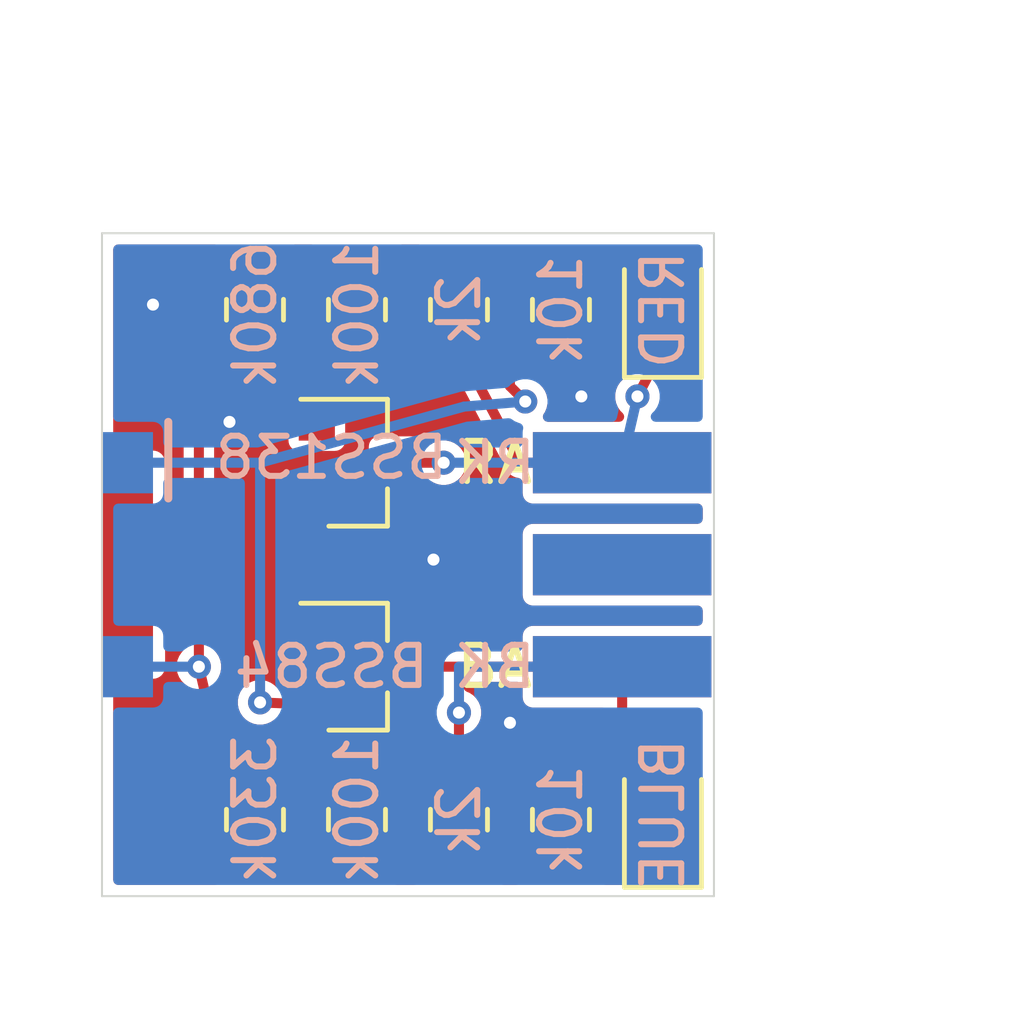
<source format=kicad_pcb>
(kicad_pcb (version 20171130) (host pcbnew 5.1.5+dfsg1-2build2)

  (general
    (thickness 0.8)
    (drawings 6)
    (tracks 57)
    (zones 0)
    (modules 14)
    (nets 12)
  )

  (page A4)
  (layers
    (0 F.Cu signal)
    (31 B.Cu signal)
    (32 B.Adhes user)
    (33 F.Adhes user)
    (34 B.Paste user)
    (35 F.Paste user)
    (36 B.SilkS user)
    (37 F.SilkS user)
    (38 B.Mask user)
    (39 F.Mask user)
    (40 Dwgs.User user)
    (41 Cmts.User user)
    (42 Eco1.User user)
    (43 Eco2.User user)
    (44 Edge.Cuts user)
    (45 Margin user)
    (46 B.CrtYd user)
    (47 F.CrtYd user)
    (48 B.Fab user)
    (49 F.Fab user)
  )

  (setup
    (last_trace_width 0.25)
    (user_trace_width 0.3)
    (user_trace_width 0.5)
    (user_trace_width 0.7)
    (trace_clearance 0.2)
    (zone_clearance 0.254)
    (zone_45_only no)
    (trace_min 0.2)
    (via_size 0.8)
    (via_drill 0.4)
    (via_min_size 0.4)
    (via_min_drill 0.3)
    (user_via 0.6 0.3)
    (uvia_size 0.3)
    (uvia_drill 0.1)
    (uvias_allowed no)
    (uvia_min_size 0.2)
    (uvia_min_drill 0.1)
    (edge_width 0.05)
    (segment_width 0.2)
    (pcb_text_width 0.3)
    (pcb_text_size 1.5 1.5)
    (mod_edge_width 0.12)
    (mod_text_size 1 1)
    (mod_text_width 0.15)
    (pad_size 1.524 1.524)
    (pad_drill 0.762)
    (pad_to_mask_clearance 0.051)
    (solder_mask_min_width 0.25)
    (aux_axis_origin 0 0)
    (visible_elements FFFBFF7F)
    (pcbplotparams
      (layerselection 0x010fc_ffffffff)
      (usegerberextensions false)
      (usegerberattributes false)
      (usegerberadvancedattributes false)
      (creategerberjobfile false)
      (excludeedgelayer true)
      (linewidth 0.100000)
      (plotframeref false)
      (viasonmask false)
      (mode 1)
      (useauxorigin false)
      (hpglpennumber 1)
      (hpglpenspeed 20)
      (hpglpendiameter 15.000000)
      (psnegative false)
      (psa4output false)
      (plotreference true)
      (plotvalue true)
      (plotinvisibletext false)
      (padsonsilk false)
      (subtractmaskfromsilk false)
      (outputformat 1)
      (mirror false)
      (drillshape 1)
      (scaleselection 1)
      (outputdirectory ""))
  )

  (net 0 "")
  (net 1 "Net-(D1-Pad2)")
  (net 2 "Net-(D2-Pad1)")
  (net 3 VIN)
  (net 4 GND)
  (net 5 "Net-(Q1-Pad1)")
  (net 6 "Net-(Q2-Pad1)")
  (net 7 RED_K)
  (net 8 BLUE_A)
  (net 9 IN)
  (net 10 BLUE_K)
  (net 11 RED_A)

  (net_class Default "This is the default net class."
    (clearance 0.2)
    (trace_width 0.25)
    (via_dia 0.8)
    (via_drill 0.4)
    (uvia_dia 0.3)
    (uvia_drill 0.1)
    (add_net BLUE_A)
    (add_net BLUE_K)
    (add_net GND)
    (add_net IN)
    (add_net "Net-(D1-Pad2)")
    (add_net "Net-(D2-Pad1)")
    (add_net "Net-(Q1-Pad1)")
    (add_net "Net-(Q2-Pad1)")
    (add_net RED_A)
    (add_net RED_K)
    (add_net VIN)
  )

  (module Resistor_SMD:R_0805_2012Metric (layer F.Cu) (tedit 5B36C52B) (tstamp 6396C4CE)
    (at 121.92 71.755 90)
    (descr "Resistor SMD 0805 (2012 Metric), square (rectangular) end terminal, IPC_7351 nominal, (Body size source: https://docs.google.com/spreadsheets/d/1BsfQQcO9C6DZCsRaXUlFlo91Tg2WpOkGARC1WS5S8t0/edit?usp=sharing), generated with kicad-footprint-generator")
    (tags resistor)
    (path /6398E9E9)
    (attr smd)
    (fp_text reference R2 (at 0 -1.65 90) (layer F.SilkS) hide
      (effects (font (size 1 1) (thickness 0.15)))
    )
    (fp_text value 680k (at -0.127 0 90) (layer B.SilkS)
      (effects (font (size 1 1) (thickness 0.15)) (justify mirror))
    )
    (fp_text user %R (at 0 0 90) (layer F.Fab) hide
      (effects (font (size 0.5 0.5) (thickness 0.08)))
    )
    (fp_line (start 1.68 0.95) (end -1.68 0.95) (layer F.CrtYd) (width 0.05))
    (fp_line (start 1.68 -0.95) (end 1.68 0.95) (layer F.CrtYd) (width 0.05))
    (fp_line (start -1.68 -0.95) (end 1.68 -0.95) (layer F.CrtYd) (width 0.05))
    (fp_line (start -1.68 0.95) (end -1.68 -0.95) (layer F.CrtYd) (width 0.05))
    (fp_line (start -0.258578 0.71) (end 0.258578 0.71) (layer F.SilkS) (width 0.12))
    (fp_line (start -0.258578 -0.71) (end 0.258578 -0.71) (layer F.SilkS) (width 0.12))
    (fp_line (start 1 0.6) (end -1 0.6) (layer F.Fab) (width 0.1))
    (fp_line (start 1 -0.6) (end 1 0.6) (layer F.Fab) (width 0.1))
    (fp_line (start -1 -0.6) (end 1 -0.6) (layer F.Fab) (width 0.1))
    (fp_line (start -1 0.6) (end -1 -0.6) (layer F.Fab) (width 0.1))
    (pad 2 smd roundrect (at 0.9375 0 90) (size 0.975 1.4) (layers F.Cu F.Paste F.Mask) (roundrect_rratio 0.25)
      (net 5 "Net-(Q1-Pad1)"))
    (pad 1 smd roundrect (at -0.9375 0 90) (size 0.975 1.4) (layers F.Cu F.Paste F.Mask) (roundrect_rratio 0.25)
      (net 9 IN))
    (model ${KISYS3DMOD}/Resistor_SMD.3dshapes/R_0805_2012Metric.wrl
      (at (xyz 0 0 0))
      (scale (xyz 1 1 1))
      (rotate (xyz 0 0 0))
    )
  )

  (module plc88:indicator_channel_in_im (layer F.Cu) (tedit 639EE5B5) (tstamp 639F3119)
    (at 118.11 73.025)
    (path /63A83D70)
    (fp_text reference J1 (at 0 0.5) (layer F.SilkS) hide
      (effects (font (size 1 1) (thickness 0.15)))
    )
    (fp_text value indicator_channel_in_i (at 0 -0.5) (layer F.Fab) hide
      (effects (font (size 1 1) (thickness 0.15)))
    )
    (fp_line (start 1.651 1.524) (end 1.651 3.429) (layer B.SilkS) (width 0.2))
    (fp_line (start -0.127 8.509) (end -0.127 1.651) (layer F.CrtYd) (width 0.12))
    (fp_line (start 1.397 8.509) (end -0.127 8.509) (layer F.CrtYd) (width 0.12))
    (fp_line (start 1.397 1.651) (end 1.397 8.509) (layer F.CrtYd) (width 0.12))
    (fp_line (start -0.127 1.651) (end 1.397 1.651) (layer F.CrtYd) (width 0.12))
    (fp_line (start -0.127 8.509) (end -0.127 1.651) (layer B.CrtYd) (width 0.12))
    (fp_line (start 1.397 8.509) (end -0.127 8.509) (layer B.CrtYd) (width 0.12))
    (fp_line (start 1.397 1.651) (end 1.397 8.509) (layer B.CrtYd) (width 0.12))
    (fp_line (start -0.127 1.651) (end 1.397 1.651) (layer B.CrtYd) (width 0.12))
    (pad 2 smd rect (at 0.635 7.62) (size 1.27 1.524) (layers B.Cu B.Paste B.Mask)
      (net 9 IN))
    (pad 3 smd rect (at 0.635 5.08) (size 1.27 5.08) (layers F.Cu F.Paste F.Mask)
      (net 4 GND))
    (pad 1 smd rect (at 0.635 2.54) (size 1.27 1.524) (layers B.Cu B.Paste B.Mask)
      (net 3 VIN))
  )

  (module Resistor_SMD:R_0805_2012Metric (layer F.Cu) (tedit 5B36C52B) (tstamp 639F31E5)
    (at 127 84.455 270)
    (descr "Resistor SMD 0805 (2012 Metric), square (rectangular) end terminal, IPC_7351 nominal, (Body size source: https://docs.google.com/spreadsheets/d/1BsfQQcO9C6DZCsRaXUlFlo91Tg2WpOkGARC1WS5S8t0/edit?usp=sharing), generated with kicad-footprint-generator")
    (tags resistor)
    (path /63A6A078)
    (attr smd)
    (fp_text reference R7 (at 0 -1.65 90) (layer F.SilkS) hide
      (effects (font (size 1 1) (thickness 0.15)))
    )
    (fp_text value 2k (at 0 0 90) (layer B.SilkS)
      (effects (font (size 1 1) (thickness 0.15)) (justify mirror))
    )
    (fp_text user %R (at 0 0 90) (layer F.Fab)
      (effects (font (size 0.5 0.5) (thickness 0.08)))
    )
    (fp_line (start 1.68 0.95) (end -1.68 0.95) (layer F.CrtYd) (width 0.05))
    (fp_line (start 1.68 -0.95) (end 1.68 0.95) (layer F.CrtYd) (width 0.05))
    (fp_line (start -1.68 -0.95) (end 1.68 -0.95) (layer F.CrtYd) (width 0.05))
    (fp_line (start -1.68 0.95) (end -1.68 -0.95) (layer F.CrtYd) (width 0.05))
    (fp_line (start -0.258578 0.71) (end 0.258578 0.71) (layer F.SilkS) (width 0.12))
    (fp_line (start -0.258578 -0.71) (end 0.258578 -0.71) (layer F.SilkS) (width 0.12))
    (fp_line (start 1 0.6) (end -1 0.6) (layer F.Fab) (width 0.1))
    (fp_line (start 1 -0.6) (end 1 0.6) (layer F.Fab) (width 0.1))
    (fp_line (start -1 -0.6) (end 1 -0.6) (layer F.Fab) (width 0.1))
    (fp_line (start -1 0.6) (end -1 -0.6) (layer F.Fab) (width 0.1))
    (pad 2 smd roundrect (at 0.9375 0 270) (size 0.975 1.4) (layers F.Cu F.Paste F.Mask) (roundrect_rratio 0.25)
      (net 4 GND))
    (pad 1 smd roundrect (at -0.9375 0 270) (size 0.975 1.4) (layers F.Cu F.Paste F.Mask) (roundrect_rratio 0.25)
      (net 10 BLUE_K))
    (model ${KISYS3DMOD}/Resistor_SMD.3dshapes/R_0805_2012Metric.wrl
      (at (xyz 0 0 0))
      (scale (xyz 1 1 1))
      (rotate (xyz 0 0 0))
    )
  )

  (module Resistor_SMD:R_0805_2012Metric (layer F.Cu) (tedit 5B36C52B) (tstamp 639F31A4)
    (at 127 71.755 270)
    (descr "Resistor SMD 0805 (2012 Metric), square (rectangular) end terminal, IPC_7351 nominal, (Body size source: https://docs.google.com/spreadsheets/d/1BsfQQcO9C6DZCsRaXUlFlo91Tg2WpOkGARC1WS5S8t0/edit?usp=sharing), generated with kicad-footprint-generator")
    (tags resistor)
    (path /63A5074E)
    (attr smd)
    (fp_text reference R3 (at 0 -1.65 90) (layer F.SilkS) hide
      (effects (font (size 1 1) (thickness 0.15)))
    )
    (fp_text value 2k (at 0 0 90) (layer B.SilkS)
      (effects (font (size 1 1) (thickness 0.15)) (justify mirror))
    )
    (fp_text user %R (at 0 0 90) (layer F.Fab)
      (effects (font (size 0.5 0.5) (thickness 0.08)))
    )
    (fp_line (start 1.68 0.95) (end -1.68 0.95) (layer F.CrtYd) (width 0.05))
    (fp_line (start 1.68 -0.95) (end 1.68 0.95) (layer F.CrtYd) (width 0.05))
    (fp_line (start -1.68 -0.95) (end 1.68 -0.95) (layer F.CrtYd) (width 0.05))
    (fp_line (start -1.68 0.95) (end -1.68 -0.95) (layer F.CrtYd) (width 0.05))
    (fp_line (start -0.258578 0.71) (end 0.258578 0.71) (layer F.SilkS) (width 0.12))
    (fp_line (start -0.258578 -0.71) (end 0.258578 -0.71) (layer F.SilkS) (width 0.12))
    (fp_line (start 1 0.6) (end -1 0.6) (layer F.Fab) (width 0.1))
    (fp_line (start 1 -0.6) (end 1 0.6) (layer F.Fab) (width 0.1))
    (fp_line (start -1 -0.6) (end 1 -0.6) (layer F.Fab) (width 0.1))
    (fp_line (start -1 0.6) (end -1 -0.6) (layer F.Fab) (width 0.1))
    (pad 2 smd roundrect (at 0.9375 0 270) (size 0.975 1.4) (layers F.Cu F.Paste F.Mask) (roundrect_rratio 0.25)
      (net 11 RED_A))
    (pad 1 smd roundrect (at -0.9375 0 270) (size 0.975 1.4) (layers F.Cu F.Paste F.Mask) (roundrect_rratio 0.25)
      (net 3 VIN))
    (model ${KISYS3DMOD}/Resistor_SMD.3dshapes/R_0805_2012Metric.wrl
      (at (xyz 0 0 0))
      (scale (xyz 1 1 1))
      (rotate (xyz 0 0 0))
    )
  )

  (module plc88:indicator_channel_out_i (layer F.Cu) (tedit 639ED53A) (tstamp 639F3127)
    (at 130.429 73.025)
    (path /63A84406)
    (fp_text reference J2 (at 0 0.5) (layer F.SilkS) hide
      (effects (font (size 1 1) (thickness 0.15)))
    )
    (fp_text value indicator_channel_out_i (at 0 -0.5) (layer F.Fab) hide
      (effects (font (size 1 1) (thickness 0.15)))
    )
    (fp_text user BK (at -2.54 7.62) (layer B.SilkS)
      (effects (font (size 1 1) (thickness 0.15)) (justify mirror))
    )
    (fp_text user RK (at -2.54 2.54) (layer B.SilkS)
      (effects (font (size 1 1) (thickness 0.15)) (justify mirror))
    )
    (fp_text user BA (at -2.54 7.62) (layer F.SilkS)
      (effects (font (size 1 1) (thickness 0.15)))
    )
    (fp_text user RA (at -2.54 2.54) (layer F.SilkS)
      (effects (font (size 1 1) (thickness 0.15)))
    )
    (pad 6 smd rect (at 0.635 5.08) (size 4.445 1.524) (layers B.Cu B.Paste B.Mask))
    (pad 5 smd rect (at 0.635 5.08) (size 4.445 1.524) (layers F.Cu F.Paste F.Mask))
    (pad 4 smd rect (at 0.635 7.62) (size 4.445 1.524) (layers B.Cu B.Paste B.Mask)
      (net 10 BLUE_K))
    (pad 3 smd rect (at 0.635 7.62) (size 4.445 1.524) (layers F.Cu F.Paste F.Mask)
      (net 8 BLUE_A))
    (pad 2 smd rect (at 0.635 2.54) (size 4.445 1.524) (layers B.Cu B.Paste B.Mask)
      (net 7 RED_K))
    (pad 1 smd rect (at 0.635 2.54) (size 4.445 1.524) (layers F.Cu F.Paste F.Mask)
      (net 11 RED_A))
  )

  (module Resistor_SMD:R_0805_2012Metric (layer F.Cu) (tedit 5B36C52B) (tstamp 6396C512)
    (at 129.54 71.755 270)
    (descr "Resistor SMD 0805 (2012 Metric), square (rectangular) end terminal, IPC_7351 nominal, (Body size source: https://docs.google.com/spreadsheets/d/1BsfQQcO9C6DZCsRaXUlFlo91Tg2WpOkGARC1WS5S8t0/edit?usp=sharing), generated with kicad-footprint-generator")
    (tags resistor)
    (path /6399EEC8)
    (attr smd)
    (fp_text reference R4 (at 0 -1.65 90) (layer F.SilkS) hide
      (effects (font (size 1 1) (thickness 0.15)))
    )
    (fp_text value 10k (at 0 0 90) (layer B.SilkS)
      (effects (font (size 1 1) (thickness 0.15)) (justify mirror))
    )
    (fp_text user %R (at 0 0 90) (layer F.Fab) hide
      (effects (font (size 0.5 0.5) (thickness 0.08)))
    )
    (fp_line (start 1.68 0.95) (end -1.68 0.95) (layer F.CrtYd) (width 0.05))
    (fp_line (start 1.68 -0.95) (end 1.68 0.95) (layer F.CrtYd) (width 0.05))
    (fp_line (start -1.68 -0.95) (end 1.68 -0.95) (layer F.CrtYd) (width 0.05))
    (fp_line (start -1.68 0.95) (end -1.68 -0.95) (layer F.CrtYd) (width 0.05))
    (fp_line (start -0.258578 0.71) (end 0.258578 0.71) (layer F.SilkS) (width 0.12))
    (fp_line (start -0.258578 -0.71) (end 0.258578 -0.71) (layer F.SilkS) (width 0.12))
    (fp_line (start 1 0.6) (end -1 0.6) (layer F.Fab) (width 0.1))
    (fp_line (start 1 -0.6) (end 1 0.6) (layer F.Fab) (width 0.1))
    (fp_line (start -1 -0.6) (end 1 -0.6) (layer F.Fab) (width 0.1))
    (fp_line (start -1 0.6) (end -1 -0.6) (layer F.Fab) (width 0.1))
    (pad 2 smd roundrect (at 0.9375 0 270) (size 0.975 1.4) (layers F.Cu F.Paste F.Mask) (roundrect_rratio 0.25)
      (net 1 "Net-(D1-Pad2)"))
    (pad 1 smd roundrect (at -0.9375 0 270) (size 0.975 1.4) (layers F.Cu F.Paste F.Mask) (roundrect_rratio 0.25)
      (net 3 VIN))
    (model ${KISYS3DMOD}/Resistor_SMD.3dshapes/R_0805_2012Metric.wrl
      (at (xyz 0 0 0))
      (scale (xyz 1 1 1))
      (rotate (xyz 0 0 0))
    )
  )

  (module Resistor_SMD:R_0805_2012Metric (layer F.Cu) (tedit 5B36C52B) (tstamp 6396C5DE)
    (at 124.46 84.455 90)
    (descr "Resistor SMD 0805 (2012 Metric), square (rectangular) end terminal, IPC_7351 nominal, (Body size source: https://docs.google.com/spreadsheets/d/1BsfQQcO9C6DZCsRaXUlFlo91Tg2WpOkGARC1WS5S8t0/edit?usp=sharing), generated with kicad-footprint-generator")
    (tags resistor)
    (path /63A7AF6F)
    (attr smd)
    (fp_text reference R8 (at 0 -1.65 90) (layer F.SilkS) hide
      (effects (font (size 1 1) (thickness 0.15)))
    )
    (fp_text value 100k (at 0.254 0 90) (layer B.SilkS)
      (effects (font (size 1 1) (thickness 0.15)) (justify mirror))
    )
    (fp_text user %R (at 0 0 90) (layer F.Fab) hide
      (effects (font (size 0.5 0.5) (thickness 0.08)))
    )
    (fp_line (start 1.68 0.95) (end -1.68 0.95) (layer F.CrtYd) (width 0.05))
    (fp_line (start 1.68 -0.95) (end 1.68 0.95) (layer F.CrtYd) (width 0.05))
    (fp_line (start -1.68 -0.95) (end 1.68 -0.95) (layer F.CrtYd) (width 0.05))
    (fp_line (start -1.68 0.95) (end -1.68 -0.95) (layer F.CrtYd) (width 0.05))
    (fp_line (start -0.258578 0.71) (end 0.258578 0.71) (layer F.SilkS) (width 0.12))
    (fp_line (start -0.258578 -0.71) (end 0.258578 -0.71) (layer F.SilkS) (width 0.12))
    (fp_line (start 1 0.6) (end -1 0.6) (layer F.Fab) (width 0.1))
    (fp_line (start 1 -0.6) (end 1 0.6) (layer F.Fab) (width 0.1))
    (fp_line (start -1 -0.6) (end 1 -0.6) (layer F.Fab) (width 0.1))
    (fp_line (start -1 0.6) (end -1 -0.6) (layer F.Fab) (width 0.1))
    (pad 2 smd roundrect (at 0.9375 0 90) (size 0.975 1.4) (layers F.Cu F.Paste F.Mask) (roundrect_rratio 0.25)
      (net 3 VIN))
    (pad 1 smd roundrect (at -0.9375 0 90) (size 0.975 1.4) (layers F.Cu F.Paste F.Mask) (roundrect_rratio 0.25)
      (net 6 "Net-(Q2-Pad1)"))
    (model ${KISYS3DMOD}/Resistor_SMD.3dshapes/R_0805_2012Metric.wrl
      (at (xyz 0 0 0))
      (scale (xyz 1 1 1))
      (rotate (xyz 0 0 0))
    )
  )

  (module Resistor_SMD:R_0805_2012Metric (layer F.Cu) (tedit 5B36C52B) (tstamp 6396C567)
    (at 129.54 84.455 90)
    (descr "Resistor SMD 0805 (2012 Metric), square (rectangular) end terminal, IPC_7351 nominal, (Body size source: https://docs.google.com/spreadsheets/d/1BsfQQcO9C6DZCsRaXUlFlo91Tg2WpOkGARC1WS5S8t0/edit?usp=sharing), generated with kicad-footprint-generator")
    (tags resistor)
    (path /63A90039)
    (attr smd)
    (fp_text reference R6 (at 0 -1.65 90) (layer F.SilkS) hide
      (effects (font (size 1 1) (thickness 0.15)))
    )
    (fp_text value 10k (at 0 0 90) (layer B.SilkS)
      (effects (font (size 1 1) (thickness 0.15)) (justify mirror))
    )
    (fp_text user %R (at 0 0 90) (layer F.Fab) hide
      (effects (font (size 0.5 0.5) (thickness 0.08)))
    )
    (fp_line (start 1.68 0.95) (end -1.68 0.95) (layer F.CrtYd) (width 0.05))
    (fp_line (start 1.68 -0.95) (end 1.68 0.95) (layer F.CrtYd) (width 0.05))
    (fp_line (start -1.68 -0.95) (end 1.68 -0.95) (layer F.CrtYd) (width 0.05))
    (fp_line (start -1.68 0.95) (end -1.68 -0.95) (layer F.CrtYd) (width 0.05))
    (fp_line (start -0.258578 0.71) (end 0.258578 0.71) (layer F.SilkS) (width 0.12))
    (fp_line (start -0.258578 -0.71) (end 0.258578 -0.71) (layer F.SilkS) (width 0.12))
    (fp_line (start 1 0.6) (end -1 0.6) (layer F.Fab) (width 0.1))
    (fp_line (start 1 -0.6) (end 1 0.6) (layer F.Fab) (width 0.1))
    (fp_line (start -1 -0.6) (end 1 -0.6) (layer F.Fab) (width 0.1))
    (fp_line (start -1 0.6) (end -1 -0.6) (layer F.Fab) (width 0.1))
    (pad 2 smd roundrect (at 0.9375 0 90) (size 0.975 1.4) (layers F.Cu F.Paste F.Mask) (roundrect_rratio 0.25)
      (net 2 "Net-(D2-Pad1)"))
    (pad 1 smd roundrect (at -0.9375 0 90) (size 0.975 1.4) (layers F.Cu F.Paste F.Mask) (roundrect_rratio 0.25)
      (net 4 GND))
    (model ${KISYS3DMOD}/Resistor_SMD.3dshapes/R_0805_2012Metric.wrl
      (at (xyz 0 0 0))
      (scale (xyz 1 1 1))
      (rotate (xyz 0 0 0))
    )
  )

  (module Resistor_SMD:R_0805_2012Metric (layer F.Cu) (tedit 5B36C52B) (tstamp 6396C556)
    (at 121.92 84.455 90)
    (descr "Resistor SMD 0805 (2012 Metric), square (rectangular) end terminal, IPC_7351 nominal, (Body size source: https://docs.google.com/spreadsheets/d/1BsfQQcO9C6DZCsRaXUlFlo91Tg2WpOkGARC1WS5S8t0/edit?usp=sharing), generated with kicad-footprint-generator")
    (tags resistor)
    (path /63A844DD)
    (attr smd)
    (fp_text reference R5 (at 0 -1.65 90) (layer F.SilkS) hide
      (effects (font (size 1 1) (thickness 0.15)))
    )
    (fp_text value 330k (at 0.254 0 90) (layer B.SilkS)
      (effects (font (size 1 1) (thickness 0.15)) (justify mirror))
    )
    (fp_text user %R (at 0 0 90) (layer F.Fab) hide
      (effects (font (size 0.5 0.5) (thickness 0.08)))
    )
    (fp_line (start 1.68 0.95) (end -1.68 0.95) (layer F.CrtYd) (width 0.05))
    (fp_line (start 1.68 -0.95) (end 1.68 0.95) (layer F.CrtYd) (width 0.05))
    (fp_line (start -1.68 -0.95) (end 1.68 -0.95) (layer F.CrtYd) (width 0.05))
    (fp_line (start -1.68 0.95) (end -1.68 -0.95) (layer F.CrtYd) (width 0.05))
    (fp_line (start -0.258578 0.71) (end 0.258578 0.71) (layer F.SilkS) (width 0.12))
    (fp_line (start -0.258578 -0.71) (end 0.258578 -0.71) (layer F.SilkS) (width 0.12))
    (fp_line (start 1 0.6) (end -1 0.6) (layer F.Fab) (width 0.1))
    (fp_line (start 1 -0.6) (end 1 0.6) (layer F.Fab) (width 0.1))
    (fp_line (start -1 -0.6) (end 1 -0.6) (layer F.Fab) (width 0.1))
    (fp_line (start -1 0.6) (end -1 -0.6) (layer F.Fab) (width 0.1))
    (pad 2 smd roundrect (at 0.9375 0 90) (size 0.975 1.4) (layers F.Cu F.Paste F.Mask) (roundrect_rratio 0.25)
      (net 9 IN))
    (pad 1 smd roundrect (at -0.9375 0 90) (size 0.975 1.4) (layers F.Cu F.Paste F.Mask) (roundrect_rratio 0.25)
      (net 6 "Net-(Q2-Pad1)"))
    (model ${KISYS3DMOD}/Resistor_SMD.3dshapes/R_0805_2012Metric.wrl
      (at (xyz 0 0 0))
      (scale (xyz 1 1 1))
      (rotate (xyz 0 0 0))
    )
  )

  (module Resistor_SMD:R_0805_2012Metric (layer F.Cu) (tedit 5B36C52B) (tstamp 6396C48A)
    (at 124.46 71.755 270)
    (descr "Resistor SMD 0805 (2012 Metric), square (rectangular) end terminal, IPC_7351 nominal, (Body size source: https://docs.google.com/spreadsheets/d/1BsfQQcO9C6DZCsRaXUlFlo91Tg2WpOkGARC1WS5S8t0/edit?usp=sharing), generated with kicad-footprint-generator")
    (tags resistor)
    (path /6398E9EF)
    (attr smd)
    (fp_text reference R1 (at 0 -1.65 90) (layer F.SilkS) hide
      (effects (font (size 1 1) (thickness 0.15)))
    )
    (fp_text value 100k (at 0.127 0 90) (layer B.SilkS)
      (effects (font (size 1 1) (thickness 0.15)) (justify mirror))
    )
    (fp_text user %R (at 0 0 90) (layer F.Fab) hide
      (effects (font (size 0.5 0.5) (thickness 0.08)))
    )
    (fp_line (start 1.68 0.95) (end -1.68 0.95) (layer F.CrtYd) (width 0.05))
    (fp_line (start 1.68 -0.95) (end 1.68 0.95) (layer F.CrtYd) (width 0.05))
    (fp_line (start -1.68 -0.95) (end 1.68 -0.95) (layer F.CrtYd) (width 0.05))
    (fp_line (start -1.68 0.95) (end -1.68 -0.95) (layer F.CrtYd) (width 0.05))
    (fp_line (start -0.258578 0.71) (end 0.258578 0.71) (layer F.SilkS) (width 0.12))
    (fp_line (start -0.258578 -0.71) (end 0.258578 -0.71) (layer F.SilkS) (width 0.12))
    (fp_line (start 1 0.6) (end -1 0.6) (layer F.Fab) (width 0.1))
    (fp_line (start 1 -0.6) (end 1 0.6) (layer F.Fab) (width 0.1))
    (fp_line (start -1 -0.6) (end 1 -0.6) (layer F.Fab) (width 0.1))
    (fp_line (start -1 0.6) (end -1 -0.6) (layer F.Fab) (width 0.1))
    (pad 2 smd roundrect (at 0.9375 0 270) (size 0.975 1.4) (layers F.Cu F.Paste F.Mask) (roundrect_rratio 0.25)
      (net 5 "Net-(Q1-Pad1)"))
    (pad 1 smd roundrect (at -0.9375 0 270) (size 0.975 1.4) (layers F.Cu F.Paste F.Mask) (roundrect_rratio 0.25)
      (net 4 GND))
    (model ${KISYS3DMOD}/Resistor_SMD.3dshapes/R_0805_2012Metric.wrl
      (at (xyz 0 0 0))
      (scale (xyz 1 1 1))
      (rotate (xyz 0 0 0))
    )
  )

  (module Package_TO_SOT_SMD:SOT-23 (layer F.Cu) (tedit 5A02FF57) (tstamp 6396C392)
    (at 124.46 80.645)
    (descr "SOT-23, Standard")
    (tags SOT-23)
    (path /63986ECE)
    (attr smd)
    (fp_text reference Q2 (at 0 -2.5) (layer F.SilkS) hide
      (effects (font (size 1 1) (thickness 0.15)))
    )
    (fp_text value BSS84 (at -0.635 0) (layer B.SilkS)
      (effects (font (size 1 1) (thickness 0.15)) (justify mirror))
    )
    (fp_line (start 0.76 1.58) (end -0.7 1.58) (layer F.SilkS) (width 0.12))
    (fp_line (start 0.76 -1.58) (end -1.4 -1.58) (layer F.SilkS) (width 0.12))
    (fp_line (start -1.7 1.75) (end -1.7 -1.75) (layer F.CrtYd) (width 0.05))
    (fp_line (start 1.7 1.75) (end -1.7 1.75) (layer F.CrtYd) (width 0.05))
    (fp_line (start 1.7 -1.75) (end 1.7 1.75) (layer F.CrtYd) (width 0.05))
    (fp_line (start -1.7 -1.75) (end 1.7 -1.75) (layer F.CrtYd) (width 0.05))
    (fp_line (start 0.76 -1.58) (end 0.76 -0.65) (layer F.SilkS) (width 0.12))
    (fp_line (start 0.76 1.58) (end 0.76 0.65) (layer F.SilkS) (width 0.12))
    (fp_line (start -0.7 1.52) (end 0.7 1.52) (layer F.Fab) (width 0.1))
    (fp_line (start 0.7 -1.52) (end 0.7 1.52) (layer F.Fab) (width 0.1))
    (fp_line (start -0.7 -0.95) (end -0.15 -1.52) (layer F.Fab) (width 0.1))
    (fp_line (start -0.15 -1.52) (end 0.7 -1.52) (layer F.Fab) (width 0.1))
    (fp_line (start -0.7 -0.95) (end -0.7 1.5) (layer F.Fab) (width 0.1))
    (fp_text user %R (at 0 0 90) (layer F.Fab) hide
      (effects (font (size 0.5 0.5) (thickness 0.075)))
    )
    (pad 3 smd rect (at 1 0) (size 0.9 0.8) (layers F.Cu F.Paste F.Mask)
      (net 8 BLUE_A))
    (pad 2 smd rect (at -1 0.95) (size 0.9 0.8) (layers F.Cu F.Paste F.Mask)
      (net 3 VIN))
    (pad 1 smd rect (at -1 -0.95) (size 0.9 0.8) (layers F.Cu F.Paste F.Mask)
      (net 6 "Net-(Q2-Pad1)"))
    (model ${KISYS3DMOD}/Package_TO_SOT_SMD.3dshapes/SOT-23.wrl
      (at (xyz 0 0 0))
      (scale (xyz 1 1 1))
      (rotate (xyz 0 0 0))
    )
  )

  (module Package_TO_SOT_SMD:SOT-23 (layer F.Cu) (tedit 5A02FF57) (tstamp 6396C33E)
    (at 124.46 75.565)
    (descr "SOT-23, Standard")
    (tags SOT-23)
    (path /63985A43)
    (attr smd)
    (fp_text reference Q1 (at 0 -2.5) (layer F.SilkS) hide
      (effects (font (size 1 1) (thickness 0.15)))
    )
    (fp_text value BSS138 (at -0.635 -0.127) (layer B.SilkS)
      (effects (font (size 1 1) (thickness 0.15)) (justify mirror))
    )
    (fp_line (start 0.76 1.58) (end -0.7 1.58) (layer F.SilkS) (width 0.12))
    (fp_line (start 0.76 -1.58) (end -1.4 -1.58) (layer F.SilkS) (width 0.12))
    (fp_line (start -1.7 1.75) (end -1.7 -1.75) (layer F.CrtYd) (width 0.05))
    (fp_line (start 1.7 1.75) (end -1.7 1.75) (layer F.CrtYd) (width 0.05))
    (fp_line (start 1.7 -1.75) (end 1.7 1.75) (layer F.CrtYd) (width 0.05))
    (fp_line (start -1.7 -1.75) (end 1.7 -1.75) (layer F.CrtYd) (width 0.05))
    (fp_line (start 0.76 -1.58) (end 0.76 -0.65) (layer F.SilkS) (width 0.12))
    (fp_line (start 0.76 1.58) (end 0.76 0.65) (layer F.SilkS) (width 0.12))
    (fp_line (start -0.7 1.52) (end 0.7 1.52) (layer F.Fab) (width 0.1))
    (fp_line (start 0.7 -1.52) (end 0.7 1.52) (layer F.Fab) (width 0.1))
    (fp_line (start -0.7 -0.95) (end -0.15 -1.52) (layer F.Fab) (width 0.1))
    (fp_line (start -0.15 -1.52) (end 0.7 -1.52) (layer F.Fab) (width 0.1))
    (fp_line (start -0.7 -0.95) (end -0.7 1.5) (layer F.Fab) (width 0.1))
    (fp_text user %R (at 0 0 90) (layer F.Fab) hide
      (effects (font (size 0.5 0.5) (thickness 0.075)))
    )
    (pad 3 smd rect (at 1 0) (size 0.9 0.8) (layers F.Cu F.Paste F.Mask)
      (net 7 RED_K))
    (pad 2 smd rect (at -1 0.95) (size 0.9 0.8) (layers F.Cu F.Paste F.Mask)
      (net 4 GND))
    (pad 1 smd rect (at -1 -0.95) (size 0.9 0.8) (layers F.Cu F.Paste F.Mask)
      (net 5 "Net-(Q1-Pad1)"))
    (model ${KISYS3DMOD}/Package_TO_SOT_SMD.3dshapes/SOT-23.wrl
      (at (xyz 0 0 0))
      (scale (xyz 1 1 1))
      (rotate (xyz 0 0 0))
    )
  )

  (module LED_SMD:LED_0805_2012Metric (layer F.Cu) (tedit 5B36C52C) (tstamp 6396C21C)
    (at 132.08 84.455 90)
    (descr "LED SMD 0805 (2012 Metric), square (rectangular) end terminal, IPC_7351 nominal, (Body size source: https://docs.google.com/spreadsheets/d/1BsfQQcO9C6DZCsRaXUlFlo91Tg2WpOkGARC1WS5S8t0/edit?usp=sharing), generated with kicad-footprint-generator")
    (tags diode)
    (path /63A90040)
    (attr smd)
    (fp_text reference D2 (at 0 -1.65 90) (layer F.SilkS) hide
      (effects (font (size 1 1) (thickness 0.15)))
    )
    (fp_text value LED (at 0 1.65 90) (layer F.Fab) hide
      (effects (font (size 1 1) (thickness 0.15)))
    )
    (fp_text user %R (at 0 0 90) (layer F.Fab) hide
      (effects (font (size 0.5 0.5) (thickness 0.08)))
    )
    (fp_line (start 1.68 0.95) (end -1.68 0.95) (layer F.CrtYd) (width 0.05))
    (fp_line (start 1.68 -0.95) (end 1.68 0.95) (layer F.CrtYd) (width 0.05))
    (fp_line (start -1.68 -0.95) (end 1.68 -0.95) (layer F.CrtYd) (width 0.05))
    (fp_line (start -1.68 0.95) (end -1.68 -0.95) (layer F.CrtYd) (width 0.05))
    (fp_line (start -1.685 0.96) (end 1 0.96) (layer F.SilkS) (width 0.12))
    (fp_line (start -1.685 -0.96) (end -1.685 0.96) (layer F.SilkS) (width 0.12))
    (fp_line (start 1 -0.96) (end -1.685 -0.96) (layer F.SilkS) (width 0.12))
    (fp_line (start 1 0.6) (end 1 -0.6) (layer F.Fab) (width 0.1))
    (fp_line (start -1 0.6) (end 1 0.6) (layer F.Fab) (width 0.1))
    (fp_line (start -1 -0.3) (end -1 0.6) (layer F.Fab) (width 0.1))
    (fp_line (start -0.7 -0.6) (end -1 -0.3) (layer F.Fab) (width 0.1))
    (fp_line (start 1 -0.6) (end -0.7 -0.6) (layer F.Fab) (width 0.1))
    (fp_text user BLUE (at 0.127 0 90) (layer B.SilkS)
      (effects (font (size 1 1) (thickness 0.15)) (justify mirror))
    )
    (pad 2 smd roundrect (at 0.9375 0 90) (size 0.975 1.4) (layers F.Cu F.Paste F.Mask) (roundrect_rratio 0.25)
      (net 8 BLUE_A))
    (pad 1 smd roundrect (at -0.9375 0 90) (size 0.975 1.4) (layers F.Cu F.Paste F.Mask) (roundrect_rratio 0.25)
      (net 2 "Net-(D2-Pad1)"))
    (model ${KISYS3DMOD}/LED_SMD.3dshapes/LED_0805_2012Metric.wrl
      (at (xyz 0 0 0))
      (scale (xyz 1 1 1))
      (rotate (xyz 0 0 0))
    )
  )

  (module LED_SMD:LED_0805_2012Metric (layer F.Cu) (tedit 5B36C52C) (tstamp 6396C1D0)
    (at 132.08 71.755 90)
    (descr "LED SMD 0805 (2012 Metric), square (rectangular) end terminal, IPC_7351 nominal, (Body size source: https://docs.google.com/spreadsheets/d/1BsfQQcO9C6DZCsRaXUlFlo91Tg2WpOkGARC1WS5S8t0/edit?usp=sharing), generated with kicad-footprint-generator")
    (tags diode)
    (path /639AB66A)
    (attr smd)
    (fp_text reference D1 (at 0 -1.65 90) (layer F.SilkS) hide
      (effects (font (size 1 1) (thickness 0.15)))
    )
    (fp_text value LED (at 0 1.65 90) (layer F.Fab) hide
      (effects (font (size 1 1) (thickness 0.15)))
    )
    (fp_text user %R (at 0 0 90) (layer F.Fab) hide
      (effects (font (size 0.5 0.5) (thickness 0.08)))
    )
    (fp_line (start 1.68 0.95) (end -1.68 0.95) (layer F.CrtYd) (width 0.05))
    (fp_line (start 1.68 -0.95) (end 1.68 0.95) (layer F.CrtYd) (width 0.05))
    (fp_line (start -1.68 -0.95) (end 1.68 -0.95) (layer F.CrtYd) (width 0.05))
    (fp_line (start -1.68 0.95) (end -1.68 -0.95) (layer F.CrtYd) (width 0.05))
    (fp_line (start -1.685 0.96) (end 1 0.96) (layer F.SilkS) (width 0.12))
    (fp_line (start -1.685 -0.96) (end -1.685 0.96) (layer F.SilkS) (width 0.12))
    (fp_line (start 1 -0.96) (end -1.685 -0.96) (layer F.SilkS) (width 0.12))
    (fp_line (start 1 0.6) (end 1 -0.6) (layer F.Fab) (width 0.1))
    (fp_line (start -1 0.6) (end 1 0.6) (layer F.Fab) (width 0.1))
    (fp_line (start -1 -0.3) (end -1 0.6) (layer F.Fab) (width 0.1))
    (fp_line (start -0.7 -0.6) (end -1 -0.3) (layer F.Fab) (width 0.1))
    (fp_line (start 1 -0.6) (end -0.7 -0.6) (layer F.Fab) (width 0.1))
    (fp_text user RED (at 0 0 90) (layer B.SilkS)
      (effects (font (size 1 1) (thickness 0.15)) (justify mirror))
    )
    (pad 2 smd roundrect (at 0.9375 0 90) (size 0.975 1.4) (layers F.Cu F.Paste F.Mask) (roundrect_rratio 0.25)
      (net 1 "Net-(D1-Pad2)"))
    (pad 1 smd roundrect (at -0.9375 0 90) (size 0.975 1.4) (layers F.Cu F.Paste F.Mask) (roundrect_rratio 0.25)
      (net 7 RED_K))
    (model ${KISYS3DMOD}/LED_SMD.3dshapes/LED_0805_2012Metric.wrl
      (at (xyz 0 0 0))
      (scale (xyz 1 1 1))
      (rotate (xyz 0 0 0))
    )
  )

  (dimension 16.51 (width 0.15) (layer F.Fab) (tstamp 6362EC31)
    (gr_text "16,510 mm" (at 139.73 78.105 90) (layer F.Fab) (tstamp 6362EC31)
      (effects (font (size 1 1) (thickness 0.15)))
    )
    (feature1 (pts (xy 133.35 69.85) (xy 139.016421 69.85)))
    (feature2 (pts (xy 133.35 86.36) (xy 139.016421 86.36)))
    (crossbar (pts (xy 138.43 86.36) (xy 138.43 69.85)))
    (arrow1a (pts (xy 138.43 69.85) (xy 139.016421 70.976504)))
    (arrow1b (pts (xy 138.43 69.85) (xy 137.843579 70.976504)))
    (arrow2a (pts (xy 138.43 86.36) (xy 139.016421 85.233496)))
    (arrow2b (pts (xy 138.43 86.36) (xy 137.843579 85.233496)))
  )
  (dimension 15.24 (width 0.15) (layer F.Fab)
    (gr_text "15,240 mm" (at 125.73 64.74) (layer F.Fab)
      (effects (font (size 1 1) (thickness 0.15)))
    )
    (feature1 (pts (xy 133.35 69.85) (xy 133.35 65.453579)))
    (feature2 (pts (xy 118.11 69.85) (xy 118.11 65.453579)))
    (crossbar (pts (xy 118.11 66.04) (xy 133.35 66.04)))
    (arrow1a (pts (xy 133.35 66.04) (xy 132.223496 66.626421)))
    (arrow1b (pts (xy 133.35 66.04) (xy 132.223496 65.453579)))
    (arrow2a (pts (xy 118.11 66.04) (xy 119.236504 66.626421)))
    (arrow2b (pts (xy 118.11 66.04) (xy 119.236504 65.453579)))
  )
  (gr_line (start 118.11 86.36) (end 118.11 69.85) (layer Edge.Cuts) (width 0.05) (tstamp 6362EBE8))
  (gr_line (start 133.35 86.36) (end 118.11 86.36) (layer Edge.Cuts) (width 0.05))
  (gr_line (start 133.35 69.85) (end 133.35 86.36) (layer Edge.Cuts) (width 0.05))
  (gr_line (start 118.11 69.85) (end 133.35 69.85) (layer Edge.Cuts) (width 0.05))

  (segment (start 128.905 72.6925) (end 132.08 70.8175) (width 0.25) (layer F.Cu) (net 1))
  (segment (start 132.08 85.3925) (end 130.81 84.455) (width 0.25) (layer F.Cu) (net 2))
  (segment (start 130.81 84.455) (end 129.54 83.5175) (width 0.25) (layer F.Cu) (net 2))
  (segment (start 126.365 70.8175) (end 127.6835 70.8175) (width 0.25) (layer F.Cu) (net 3))
  (segment (start 128.651 74.041) (end 128.651 74.041) (width 0.25) (layer F.Cu) (net 3) (tstamp 639F54C1))
  (via (at 128.651 74.041) (size 0.6) (drill 0.3) (layers F.Cu B.Cu) (net 3))
  (segment (start 123.46 81.595) (end 122.047 81.534) (width 0.25) (layer F.Cu) (net 3))
  (segment (start 122.047 81.534) (end 122.047 81.534) (width 0.25) (layer F.Cu) (net 3) (tstamp 639F54D7))
  (via (at 122.047 81.534) (size 0.6) (drill 0.3) (layers F.Cu B.Cu) (net 3))
  (segment (start 122.047 81.534) (end 122.047 75.565) (width 0.25) (layer B.Cu) (net 3))
  (segment (start 122.047 75.565) (end 118.745 75.565) (width 0.25) (layer B.Cu) (net 3))
  (segment (start 122.047 75.565) (end 127.127 74.168) (width 0.25) (layer B.Cu) (net 3))
  (segment (start 127.127 74.168) (end 128.651 74.041) (width 0.25) (layer B.Cu) (net 3))
  (segment (start 124.46 83.5175) (end 123.46 81.595) (width 0.25) (layer F.Cu) (net 3))
  (segment (start 128.2215 70.8175) (end 128.27 73.66) (width 0.25) (layer F.Cu) (net 3))
  (segment (start 128.27 73.66) (end 128.651 74.041) (width 0.25) (layer F.Cu) (net 3))
  (segment (start 127 70.8175) (end 128.2215 70.8175) (width 0.25) (layer F.Cu) (net 3))
  (segment (start 128.2215 70.8175) (end 129.54 70.8175) (width 0.25) (layer F.Cu) (net 3))
  (via (at 126.365 77.978) (size 0.6) (drill 0.3) (layers F.Cu B.Cu) (net 4))
  (via (at 128.27 82.042) (size 0.6) (drill 0.3) (layers F.Cu B.Cu) (net 4))
  (via (at 121.285 74.549) (size 0.6) (drill 0.3) (layers F.Cu B.Cu) (net 4))
  (via (at 119.38 71.628) (size 0.6) (drill 0.3) (layers F.Cu B.Cu) (net 4))
  (via (at 130.048 73.914) (size 0.6) (drill 0.3) (layers F.Cu B.Cu) (net 4))
  (segment (start 121.92 70.8175) (end 124.46 72.6925) (width 0.25) (layer F.Cu) (net 5))
  (segment (start 124.46 72.6925) (end 123.46 74.615) (width 0.25) (layer F.Cu) (net 5))
  (segment (start 121.92 85.3925) (end 124.46 85.3925) (width 0.25) (layer F.Cu) (net 6))
  (segment (start 124.46 85.3925) (end 125.603 84.582) (width 0.25) (layer F.Cu) (net 6))
  (segment (start 125.603 84.582) (end 125.603 82.169) (width 0.25) (layer F.Cu) (net 6))
  (segment (start 125.603 82.169) (end 124.587 81.407) (width 0.25) (layer F.Cu) (net 6))
  (segment (start 124.587 81.407) (end 123.46 79.695) (width 0.25) (layer F.Cu) (net 6))
  (segment (start 131.064 75.565) (end 126.619 75.565) (width 0.25) (layer B.Cu) (net 7))
  (segment (start 126.619 75.565) (end 126.619 75.565) (width 0.25) (layer B.Cu) (net 7) (tstamp 639F53A9))
  (via (at 126.619 75.565) (size 0.6) (drill 0.3) (layers F.Cu B.Cu) (net 7))
  (segment (start 125.46 75.565) (end 126.619 75.565) (width 0.25) (layer F.Cu) (net 7))
  (segment (start 131.445 73.914) (end 131.445 73.914) (width 0.25) (layer F.Cu) (net 7) (tstamp 639F53E1))
  (via (at 131.445 73.914) (size 0.6) (drill 0.3) (layers F.Cu B.Cu) (net 7))
  (segment (start 131.445 73.914) (end 131.064 75.565) (width 0.25) (layer B.Cu) (net 7))
  (segment (start 132.08 72.6925) (end 131.445 73.914) (width 0.25) (layer F.Cu) (net 7))
  (segment (start 125.46 80.645) (end 131.064 80.645) (width 0.25) (layer F.Cu) (net 8))
  (segment (start 132.08 83.5175) (end 132.08 82.423) (width 0.25) (layer F.Cu) (net 8))
  (segment (start 132.08 82.423) (end 131.064 81.788) (width 0.25) (layer F.Cu) (net 8))
  (segment (start 131.064 81.788) (end 131.064 80.645) (width 0.25) (layer F.Cu) (net 8))
  (segment (start 118.745 80.645) (end 120.523 80.645) (width 0.25) (layer B.Cu) (net 9))
  (segment (start 120.523 80.645) (end 120.523 80.645) (width 0.25) (layer B.Cu) (net 9) (tstamp 639F5746))
  (via (at 120.523 80.645) (size 0.6) (drill 0.3) (layers F.Cu B.Cu) (net 9))
  (segment (start 120.523 80.645) (end 120.523 74.295) (width 0.25) (layer F.Cu) (net 9))
  (segment (start 120.523 80.645) (end 121.031 82.804) (width 0.25) (layer F.Cu) (net 9))
  (segment (start 121.031 82.804) (end 121.92 83.5175) (width 0.25) (layer F.Cu) (net 9))
  (segment (start 120.523 74.295) (end 121.158 73.406) (width 0.25) (layer F.Cu) (net 9))
  (segment (start 121.158 73.406) (end 121.92 72.6925) (width 0.25) (layer F.Cu) (net 9))
  (segment (start 131.064 80.645) (end 127 80.645) (width 0.25) (layer B.Cu) (net 10))
  (segment (start 127 80.645) (end 127 81.788) (width 0.25) (layer B.Cu) (net 10))
  (segment (start 127 81.788) (end 127 81.788) (width 0.25) (layer B.Cu) (net 10) (tstamp 639F541F))
  (via (at 127 81.788) (size 0.6) (drill 0.3) (layers F.Cu B.Cu) (net 10))
  (segment (start 127 81.788) (end 127 83.5175) (width 0.25) (layer F.Cu) (net 10))
  (segment (start 128.524 75.565) (end 131.064 75.565) (width 0.25) (layer F.Cu) (net 11))
  (segment (start 127 72.6925) (end 128.524 75.565) (width 0.25) (layer F.Cu) (net 11))

  (zone (net 4) (net_name GND) (layer B.Cu) (tstamp 0) (hatch edge 0.508)
    (connect_pads (clearance 0.254))
    (min_thickness 0.254)
    (fill yes (arc_segments 32) (thermal_gap 0.3) (thermal_bridge_width 0.3))
    (polygon
      (pts
        (xy 135.763 89.281) (xy 116.459 89.281) (xy 116.967 69.215) (xy 136.398 69.215)
      )
    )
    (filled_polygon
      (pts
        (xy 128.328426 74.644494) (xy 128.45236 74.695829) (xy 128.474529 74.700239) (xy 128.466013 74.728311) (xy 128.458657 74.803)
        (xy 128.458657 75.059) (xy 127.076079 75.059) (xy 127.053112 75.036033) (xy 126.941574 74.961506) (xy 126.81764 74.910171)
        (xy 126.686073 74.884) (xy 126.551927 74.884) (xy 126.42036 74.910171) (xy 126.296426 74.961506) (xy 126.184888 75.036033)
        (xy 126.090033 75.130888) (xy 126.015506 75.242426) (xy 125.964171 75.36636) (xy 125.938 75.497927) (xy 125.938 75.632073)
        (xy 125.964171 75.76364) (xy 126.015506 75.887574) (xy 126.090033 75.999112) (xy 126.184888 76.093967) (xy 126.296426 76.168494)
        (xy 126.42036 76.219829) (xy 126.551927 76.246) (xy 126.686073 76.246) (xy 126.81764 76.219829) (xy 126.941574 76.168494)
        (xy 127.053112 76.093967) (xy 127.076079 76.071) (xy 128.458657 76.071) (xy 128.458657 76.327) (xy 128.466013 76.401689)
        (xy 128.487799 76.473508) (xy 128.523178 76.539696) (xy 128.570789 76.597711) (xy 128.628804 76.645322) (xy 128.694992 76.680701)
        (xy 128.766811 76.702487) (xy 128.8415 76.709843) (xy 132.944 76.709843) (xy 132.944 76.960157) (xy 128.8415 76.960157)
        (xy 128.766811 76.967513) (xy 128.694992 76.989299) (xy 128.628804 77.024678) (xy 128.570789 77.072289) (xy 128.523178 77.130304)
        (xy 128.487799 77.196492) (xy 128.466013 77.268311) (xy 128.458657 77.343) (xy 128.458657 78.867) (xy 128.466013 78.941689)
        (xy 128.487799 79.013508) (xy 128.523178 79.079696) (xy 128.570789 79.137711) (xy 128.628804 79.185322) (xy 128.694992 79.220701)
        (xy 128.766811 79.242487) (xy 128.8415 79.249843) (xy 132.944001 79.249843) (xy 132.944001 79.500157) (xy 128.8415 79.500157)
        (xy 128.766811 79.507513) (xy 128.694992 79.529299) (xy 128.628804 79.564678) (xy 128.570789 79.612289) (xy 128.523178 79.670304)
        (xy 128.487799 79.736492) (xy 128.466013 79.808311) (xy 128.458657 79.883) (xy 128.458657 80.139) (xy 127.024854 80.139)
        (xy 127 80.136552) (xy 126.975146 80.139) (xy 126.900807 80.146322) (xy 126.805425 80.175255) (xy 126.717521 80.222241)
        (xy 126.640473 80.285473) (xy 126.577241 80.362521) (xy 126.530255 80.450425) (xy 126.501322 80.545807) (xy 126.491552 80.645)
        (xy 126.494 80.669855) (xy 126.494001 81.33092) (xy 126.471033 81.353888) (xy 126.396506 81.465426) (xy 126.345171 81.58936)
        (xy 126.319 81.720927) (xy 126.319 81.855073) (xy 126.345171 81.98664) (xy 126.396506 82.110574) (xy 126.471033 82.222112)
        (xy 126.565888 82.316967) (xy 126.677426 82.391494) (xy 126.80136 82.442829) (xy 126.932927 82.469) (xy 127.067073 82.469)
        (xy 127.19864 82.442829) (xy 127.322574 82.391494) (xy 127.434112 82.316967) (xy 127.528967 82.222112) (xy 127.603494 82.110574)
        (xy 127.654829 81.98664) (xy 127.681 81.855073) (xy 127.681 81.720927) (xy 127.654829 81.58936) (xy 127.603494 81.465426)
        (xy 127.528967 81.353888) (xy 127.506 81.330921) (xy 127.506 81.151) (xy 128.458657 81.151) (xy 128.458657 81.407)
        (xy 128.466013 81.481689) (xy 128.487799 81.553508) (xy 128.523178 81.619696) (xy 128.570789 81.677711) (xy 128.628804 81.725322)
        (xy 128.694992 81.760701) (xy 128.766811 81.782487) (xy 128.8415 81.789843) (xy 132.944001 81.789843) (xy 132.944001 85.954)
        (xy 118.516 85.954) (xy 118.516 81.789843) (xy 119.38 81.789843) (xy 119.454689 81.782487) (xy 119.526508 81.760701)
        (xy 119.592696 81.725322) (xy 119.650711 81.677711) (xy 119.698322 81.619696) (xy 119.733701 81.553508) (xy 119.755487 81.481689)
        (xy 119.762843 81.407) (xy 119.762843 81.151) (xy 120.065921 81.151) (xy 120.088888 81.173967) (xy 120.200426 81.248494)
        (xy 120.32436 81.299829) (xy 120.455927 81.326) (xy 120.590073 81.326) (xy 120.72164 81.299829) (xy 120.845574 81.248494)
        (xy 120.957112 81.173967) (xy 121.051967 81.079112) (xy 121.126494 80.967574) (xy 121.177829 80.84364) (xy 121.204 80.712073)
        (xy 121.204 80.577927) (xy 121.177829 80.44636) (xy 121.126494 80.322426) (xy 121.051967 80.210888) (xy 120.957112 80.116033)
        (xy 120.845574 80.041506) (xy 120.72164 79.990171) (xy 120.590073 79.964) (xy 120.455927 79.964) (xy 120.32436 79.990171)
        (xy 120.200426 80.041506) (xy 120.088888 80.116033) (xy 120.065921 80.139) (xy 119.762843 80.139) (xy 119.762843 79.883)
        (xy 119.755487 79.808311) (xy 119.733701 79.736492) (xy 119.698322 79.670304) (xy 119.650711 79.612289) (xy 119.592696 79.564678)
        (xy 119.526508 79.529299) (xy 119.454689 79.507513) (xy 119.38 79.500157) (xy 118.516 79.500157) (xy 118.516 76.709843)
        (xy 119.38 76.709843) (xy 119.454689 76.702487) (xy 119.526508 76.680701) (xy 119.592696 76.645322) (xy 119.650711 76.597711)
        (xy 119.698322 76.539696) (xy 119.733701 76.473508) (xy 119.755487 76.401689) (xy 119.762843 76.327) (xy 119.762843 76.071)
        (xy 121.541001 76.071) (xy 121.541 81.076921) (xy 121.518033 81.099888) (xy 121.443506 81.211426) (xy 121.392171 81.33536)
        (xy 121.366 81.466927) (xy 121.366 81.601073) (xy 121.392171 81.73264) (xy 121.443506 81.856574) (xy 121.518033 81.968112)
        (xy 121.612888 82.062967) (xy 121.724426 82.137494) (xy 121.84836 82.188829) (xy 121.979927 82.215) (xy 122.114073 82.215)
        (xy 122.24564 82.188829) (xy 122.369574 82.137494) (xy 122.481112 82.062967) (xy 122.575967 81.968112) (xy 122.650494 81.856574)
        (xy 122.701829 81.73264) (xy 122.728 81.601073) (xy 122.728 81.466927) (xy 122.701829 81.33536) (xy 122.650494 81.211426)
        (xy 122.575967 81.099888) (xy 122.553 81.076921) (xy 122.553 75.950634) (xy 127.215857 74.668349) (xy 128.236798 74.583271)
      )
    )
    (filled_polygon
      (pts
        (xy 132.944 74.420157) (xy 131.901922 74.420157) (xy 131.973967 74.348112) (xy 132.048494 74.236574) (xy 132.099829 74.11264)
        (xy 132.126 73.981073) (xy 132.126 73.846927) (xy 132.099829 73.71536) (xy 132.048494 73.591426) (xy 131.973967 73.479888)
        (xy 131.879112 73.385033) (xy 131.767574 73.310506) (xy 131.64364 73.259171) (xy 131.512073 73.233) (xy 131.377927 73.233)
        (xy 131.24636 73.259171) (xy 131.122426 73.310506) (xy 131.010888 73.385033) (xy 130.916033 73.479888) (xy 130.841506 73.591426)
        (xy 130.790171 73.71536) (xy 130.764 73.846927) (xy 130.764 73.981073) (xy 130.790171 74.11264) (xy 130.841506 74.236574)
        (xy 130.848757 74.247426) (xy 130.808896 74.420157) (xy 129.216687 74.420157) (xy 129.254494 74.363574) (xy 129.305829 74.23964)
        (xy 129.332 74.108073) (xy 129.332 73.973927) (xy 129.305829 73.84236) (xy 129.254494 73.718426) (xy 129.179967 73.606888)
        (xy 129.085112 73.512033) (xy 128.973574 73.437506) (xy 128.84964 73.386171) (xy 128.718073 73.36) (xy 128.583927 73.36)
        (xy 128.45236 73.386171) (xy 128.328426 73.437506) (xy 128.216888 73.512033) (xy 128.154282 73.574639) (xy 127.112554 73.66145)
        (xy 127.090414 73.660871) (xy 127.063027 73.665577) (xy 127.060211 73.665812) (xy 127.03854 73.669785) (xy 127.016795 73.673522)
        (xy 127.014067 73.674272) (xy 126.986737 73.679283) (xy 126.966153 73.687448) (xy 121.978696 75.059) (xy 119.762843 75.059)
        (xy 119.762843 74.803) (xy 119.755487 74.728311) (xy 119.733701 74.656492) (xy 119.698322 74.590304) (xy 119.650711 74.532289)
        (xy 119.592696 74.484678) (xy 119.526508 74.449299) (xy 119.454689 74.427513) (xy 119.38 74.420157) (xy 118.516 74.420157)
        (xy 118.516 70.256) (xy 132.944 70.256)
      )
    )
  )
  (zone (net 4) (net_name GND) (layer F.Cu) (tstamp 639F4AF0) (hatch edge 0.508)
    (connect_pads (clearance 0.254))
    (min_thickness 0.254)
    (fill yes (arc_segments 32) (thermal_gap 0.3) (thermal_bridge_width 0.3))
    (polygon
      (pts
        (xy 134.874 88.519) (xy 115.57 88.519) (xy 116.078 68.453) (xy 135.509 68.453)
      )
    )
    (filled_polygon
      (pts
        (xy 120.884854 70.333963) (xy 120.849197 70.451508) (xy 120.837157 70.57375) (xy 120.837157 71.06125) (xy 120.849197 71.183492)
        (xy 120.884854 71.301037) (xy 120.942757 71.409366) (xy 121.020682 71.504318) (xy 121.115634 71.582243) (xy 121.223963 71.640146)
        (xy 121.341508 71.675803) (xy 121.46375 71.687843) (xy 122.247032 71.687843) (xy 122.437102 71.828151) (xy 122.37625 71.822157)
        (xy 121.46375 71.822157) (xy 121.341508 71.834197) (xy 121.223963 71.869854) (xy 121.115634 71.927757) (xy 121.020682 72.005682)
        (xy 120.942757 72.100634) (xy 120.884854 72.208963) (xy 120.849197 72.326508) (xy 120.837157 72.44875) (xy 120.837157 72.93625)
        (xy 120.844099 73.00673) (xy 120.829995 73.019937) (xy 120.809863 73.035433) (xy 120.776906 73.073129) (xy 120.74475 73.109786)
        (xy 120.732054 73.131768) (xy 120.121102 73.987103) (xy 120.100242 74.012521) (xy 120.080466 74.049519) (xy 120.059555 74.085866)
        (xy 120.057009 74.093403) (xy 120.053256 74.100425) (xy 120.041083 74.140556) (xy 120.027659 74.180299) (xy 120.026632 74.188197)
        (xy 120.024323 74.195807) (xy 120.020214 74.237523) (xy 120.0148 74.279139) (xy 120.017001 74.311951) (xy 120.017 80.187921)
        (xy 119.994033 80.210888) (xy 119.919506 80.322426) (xy 119.868171 80.44636) (xy 119.842 80.577927) (xy 119.842 80.712073)
        (xy 119.868171 80.84364) (xy 119.919506 80.967574) (xy 119.994033 81.079112) (xy 120.088888 81.173967) (xy 120.134875 81.204694)
        (xy 120.537085 82.91409) (xy 120.546085 82.956892) (xy 120.558263 82.98541) (xy 120.568297 83.014773) (xy 120.577797 83.031152)
        (xy 120.58523 83.048557) (xy 120.602735 83.074145) (xy 120.618307 83.100993) (xy 120.630827 83.115212) (xy 120.641507 83.130823)
        (xy 120.663668 83.152506) (xy 120.684178 83.175798) (xy 120.718977 83.202389) (xy 120.837157 83.297239) (xy 120.837157 83.76125)
        (xy 120.849197 83.883492) (xy 120.884854 84.001037) (xy 120.942757 84.109366) (xy 121.020682 84.204318) (xy 121.115634 84.282243)
        (xy 121.223963 84.340146) (xy 121.341508 84.375803) (xy 121.46375 84.387843) (xy 122.37625 84.387843) (xy 122.498492 84.375803)
        (xy 122.616037 84.340146) (xy 122.724366 84.282243) (xy 122.819318 84.204318) (xy 122.897243 84.109366) (xy 122.955146 84.001037)
        (xy 122.990803 83.883492) (xy 123.002843 83.76125) (xy 123.002843 83.27375) (xy 122.990803 83.151508) (xy 122.955146 83.033963)
        (xy 122.897243 82.925634) (xy 122.819318 82.830682) (xy 122.724366 82.752757) (xy 122.616037 82.694854) (xy 122.498492 82.659197)
        (xy 122.37625 82.647157) (xy 121.643982 82.647157) (xy 121.483633 82.518463) (xy 121.120743 80.976181) (xy 121.126494 80.967574)
        (xy 121.177829 80.84364) (xy 121.204 80.712073) (xy 121.204 80.577927) (xy 121.177829 80.44636) (xy 121.126494 80.322426)
        (xy 121.051967 80.210888) (xy 121.029 80.187921) (xy 121.029 76.915) (xy 122.580934 76.915) (xy 122.589178 76.998707)
        (xy 122.613595 77.079196) (xy 122.653245 77.153376) (xy 122.706605 77.218395) (xy 122.771624 77.271755) (xy 122.845804 77.311405)
        (xy 122.926293 77.335822) (xy 123.01 77.344066) (xy 123.33025 77.342) (xy 123.437 77.23525) (xy 123.437 76.538)
        (xy 123.483 76.538) (xy 123.483 77.23525) (xy 123.58975 77.342) (xy 123.91 77.344066) (xy 123.993707 77.335822)
        (xy 124.074196 77.311405) (xy 124.148376 77.271755) (xy 124.213395 77.218395) (xy 124.266755 77.153376) (xy 124.306405 77.079196)
        (xy 124.330822 76.998707) (xy 124.339066 76.915) (xy 124.337 76.64475) (xy 124.23025 76.538) (xy 123.483 76.538)
        (xy 123.437 76.538) (xy 122.68975 76.538) (xy 122.583 76.64475) (xy 122.580934 76.915) (xy 121.029 76.915)
        (xy 121.029 76.115) (xy 122.580934 76.115) (xy 122.583 76.38525) (xy 122.68975 76.492) (xy 123.437 76.492)
        (xy 123.437 75.79475) (xy 123.483 75.79475) (xy 123.483 76.492) (xy 124.23025 76.492) (xy 124.337 76.38525)
        (xy 124.339066 76.115) (xy 124.330822 76.031293) (xy 124.306405 75.950804) (xy 124.266755 75.876624) (xy 124.213395 75.811605)
        (xy 124.148376 75.758245) (xy 124.074196 75.718595) (xy 123.993707 75.694178) (xy 123.91 75.685934) (xy 123.58975 75.688)
        (xy 123.483 75.79475) (xy 123.437 75.79475) (xy 123.33025 75.688) (xy 123.01 75.685934) (xy 122.926293 75.694178)
        (xy 122.845804 75.718595) (xy 122.771624 75.758245) (xy 122.706605 75.811605) (xy 122.653245 75.876624) (xy 122.613595 75.950804)
        (xy 122.589178 76.031293) (xy 122.580934 76.115) (xy 121.029 76.115) (xy 121.029 74.457155) (xy 121.540539 73.741001)
        (xy 121.730808 73.562843) (xy 122.37625 73.562843) (xy 122.498492 73.550803) (xy 122.616037 73.515146) (xy 122.724366 73.457243)
        (xy 122.819318 73.379318) (xy 122.897243 73.284366) (xy 122.955146 73.176037) (xy 122.990803 73.058492) (xy 123.002843 72.93625)
        (xy 123.002843 72.44875) (xy 122.990803 72.326508) (xy 122.955772 72.211027) (xy 123.377157 72.522089) (xy 123.377157 72.93625)
        (xy 123.389197 73.058492) (xy 123.424854 73.176037) (xy 123.482757 73.284366) (xy 123.543364 73.358216) (xy 123.296841 73.832157)
        (xy 123.01 73.832157) (xy 122.935311 73.839513) (xy 122.863492 73.861299) (xy 122.797304 73.896678) (xy 122.739289 73.944289)
        (xy 122.691678 74.002304) (xy 122.656299 74.068492) (xy 122.634513 74.140311) (xy 122.627157 74.215) (xy 122.627157 75.015)
        (xy 122.634513 75.089689) (xy 122.656299 75.161508) (xy 122.691678 75.227696) (xy 122.739289 75.285711) (xy 122.797304 75.333322)
        (xy 122.863492 75.368701) (xy 122.935311 75.390487) (xy 123.01 75.397843) (xy 123.91 75.397843) (xy 123.984689 75.390487)
        (xy 124.056508 75.368701) (xy 124.122696 75.333322) (xy 124.180711 75.285711) (xy 124.228322 75.227696) (xy 124.261834 75.165)
        (xy 124.627157 75.165) (xy 124.627157 75.965) (xy 124.634513 76.039689) (xy 124.656299 76.111508) (xy 124.691678 76.177696)
        (xy 124.739289 76.235711) (xy 124.797304 76.283322) (xy 124.863492 76.318701) (xy 124.935311 76.340487) (xy 125.01 76.347843)
        (xy 125.91 76.347843) (xy 125.984689 76.340487) (xy 126.056508 76.318701) (xy 126.122696 76.283322) (xy 126.180711 76.235711)
        (xy 126.228322 76.177696) (xy 126.249869 76.137386) (xy 126.296426 76.168494) (xy 126.42036 76.219829) (xy 126.551927 76.246)
        (xy 126.686073 76.246) (xy 126.81764 76.219829) (xy 126.941574 76.168494) (xy 127.053112 76.093967) (xy 127.147967 75.999112)
        (xy 127.222494 75.887574) (xy 127.273829 75.76364) (xy 127.3 75.632073) (xy 127.3 75.497927) (xy 127.273829 75.36636)
        (xy 127.222494 75.242426) (xy 127.147967 75.130888) (xy 127.053112 75.036033) (xy 126.941574 74.961506) (xy 126.81764 74.910171)
        (xy 126.686073 74.884) (xy 126.551927 74.884) (xy 126.42036 74.910171) (xy 126.296426 74.961506) (xy 126.249869 74.992614)
        (xy 126.228322 74.952304) (xy 126.180711 74.894289) (xy 126.122696 74.846678) (xy 126.056508 74.811299) (xy 125.984689 74.789513)
        (xy 125.91 74.782157) (xy 125.01 74.782157) (xy 124.935311 74.789513) (xy 124.863492 74.811299) (xy 124.797304 74.846678)
        (xy 124.739289 74.894289) (xy 124.691678 74.952304) (xy 124.656299 75.018492) (xy 124.634513 75.090311) (xy 124.627157 75.165)
        (xy 124.261834 75.165) (xy 124.263701 75.161508) (xy 124.285487 75.089689) (xy 124.292843 75.015) (xy 124.292843 74.215)
        (xy 124.285487 74.140311) (xy 124.282461 74.130334) (xy 124.577645 73.562843) (xy 124.91625 73.562843) (xy 125.038492 73.550803)
        (xy 125.156037 73.515146) (xy 125.264366 73.457243) (xy 125.359318 73.379318) (xy 125.437243 73.284366) (xy 125.495146 73.176037)
        (xy 125.530803 73.058492) (xy 125.542843 72.93625) (xy 125.542843 72.44875) (xy 125.530803 72.326508) (xy 125.495146 72.208963)
        (xy 125.437243 72.100634) (xy 125.359318 72.005682) (xy 125.264366 71.927757) (xy 125.156037 71.869854) (xy 125.038492 71.834197)
        (xy 124.91625 71.822157) (xy 124.132969 71.822157) (xy 124.012396 71.733152) (xy 124.33025 71.732) (xy 124.437 71.62525)
        (xy 124.437 70.8405) (xy 124.483 70.8405) (xy 124.483 71.62525) (xy 124.58975 71.732) (xy 125.16 71.734066)
        (xy 125.243707 71.725822) (xy 125.324196 71.701405) (xy 125.398376 71.661755) (xy 125.463395 71.608395) (xy 125.516755 71.543376)
        (xy 125.556405 71.469196) (xy 125.580822 71.388707) (xy 125.589066 71.305) (xy 125.587 70.94725) (xy 125.48025 70.8405)
        (xy 124.483 70.8405) (xy 124.437 70.8405) (xy 123.43975 70.8405) (xy 123.333 70.94725) (xy 123.331365 71.230422)
        (xy 123.002843 70.987911) (xy 123.002843 70.57375) (xy 122.990803 70.451508) (xy 122.955146 70.333963) (xy 122.913474 70.256)
        (xy 123.338222 70.256) (xy 123.330934 70.33) (xy 123.333 70.68775) (xy 123.43975 70.7945) (xy 124.437 70.7945)
        (xy 124.437 70.7745) (xy 124.483 70.7745) (xy 124.483 70.7945) (xy 125.48025 70.7945) (xy 125.587 70.68775)
        (xy 125.589066 70.33) (xy 125.581778 70.256) (xy 126.006526 70.256) (xy 125.964854 70.333963) (xy 125.929197 70.451508)
        (xy 125.917157 70.57375) (xy 125.917157 70.58195) (xy 125.895255 70.622925) (xy 125.866322 70.718307) (xy 125.856552 70.8175)
        (xy 125.866322 70.916693) (xy 125.895255 71.012075) (xy 125.917157 71.05305) (xy 125.917157 71.06125) (xy 125.929197 71.183492)
        (xy 125.964854 71.301037) (xy 126.022757 71.409366) (xy 126.100682 71.504318) (xy 126.195634 71.582243) (xy 126.303963 71.640146)
        (xy 126.421508 71.675803) (xy 126.54375 71.687843) (xy 127.45625 71.687843) (xy 127.578492 71.675803) (xy 127.696037 71.640146)
        (xy 127.729161 71.622441) (xy 127.733726 71.889999) (xy 127.696037 71.869854) (xy 127.578492 71.834197) (xy 127.45625 71.822157)
        (xy 126.54375 71.822157) (xy 126.421508 71.834197) (xy 126.303963 71.869854) (xy 126.195634 71.927757) (xy 126.100682 72.005682)
        (xy 126.022757 72.100634) (xy 125.964854 72.208963) (xy 125.929197 72.326508) (xy 125.917157 72.44875) (xy 125.917157 72.93625)
        (xy 125.929197 73.058492) (xy 125.964854 73.176037) (xy 126.022757 73.284366) (xy 126.100682 73.379318) (xy 126.195634 73.457243)
        (xy 126.303963 73.515146) (xy 126.421508 73.550803) (xy 126.54375 73.562843) (xy 126.888955 73.562843) (xy 128.054027 75.758823)
        (xy 128.054255 75.759575) (xy 128.07727 75.802633) (xy 128.088661 75.824103) (xy 128.089099 75.824762) (xy 128.101241 75.847479)
        (xy 128.116591 75.866183) (xy 128.12997 75.88634) (xy 128.148128 75.904611) (xy 128.164473 75.924527) (xy 128.183176 75.939877)
        (xy 128.200232 75.957038) (xy 128.221607 75.971416) (xy 128.241521 75.987759) (xy 128.262861 75.999166) (xy 128.282936 76.012669)
        (xy 128.306702 76.022599) (xy 128.329425 76.034745) (xy 128.352581 76.041769) (xy 128.374903 76.051096) (xy 128.400154 76.0562)
        (xy 128.424807 76.063678) (xy 128.448886 76.06605) (xy 128.458657 76.068025) (xy 128.458657 76.327) (xy 128.466013 76.401689)
        (xy 128.487799 76.473508) (xy 128.523178 76.539696) (xy 128.570789 76.597711) (xy 128.628804 76.645322) (xy 128.694992 76.680701)
        (xy 128.766811 76.702487) (xy 128.8415 76.709843) (xy 132.944 76.709843) (xy 132.944 76.960157) (xy 128.8415 76.960157)
        (xy 128.766811 76.967513) (xy 128.694992 76.989299) (xy 128.628804 77.024678) (xy 128.570789 77.072289) (xy 128.523178 77.130304)
        (xy 128.487799 77.196492) (xy 128.466013 77.268311) (xy 128.458657 77.343) (xy 128.458657 78.867) (xy 128.466013 78.941689)
        (xy 128.487799 79.013508) (xy 128.523178 79.079696) (xy 128.570789 79.137711) (xy 128.628804 79.185322) (xy 128.694992 79.220701)
        (xy 128.766811 79.242487) (xy 128.8415 79.249843) (xy 132.944001 79.249843) (xy 132.944001 79.500157) (xy 128.8415 79.500157)
        (xy 128.766811 79.507513) (xy 128.694992 79.529299) (xy 128.628804 79.564678) (xy 128.570789 79.612289) (xy 128.523178 79.670304)
        (xy 128.487799 79.736492) (xy 128.466013 79.808311) (xy 128.458657 79.883) (xy 128.458657 80.139) (xy 126.275989 80.139)
        (xy 126.263701 80.098492) (xy 126.228322 80.032304) (xy 126.180711 79.974289) (xy 126.122696 79.926678) (xy 126.056508 79.891299)
        (xy 125.984689 79.869513) (xy 125.91 79.862157) (xy 125.01 79.862157) (xy 124.935311 79.869513) (xy 124.863492 79.891299)
        (xy 124.797304 79.926678) (xy 124.739289 79.974289) (xy 124.691678 80.032304) (xy 124.656299 80.098492) (xy 124.634513 80.170311)
        (xy 124.627157 80.245) (xy 124.627157 80.54775) (xy 124.292843 80.039902) (xy 124.292843 79.295) (xy 124.285487 79.220311)
        (xy 124.263701 79.148492) (xy 124.228322 79.082304) (xy 124.180711 79.024289) (xy 124.122696 78.976678) (xy 124.056508 78.941299)
        (xy 123.984689 78.919513) (xy 123.91 78.912157) (xy 123.01 78.912157) (xy 122.935311 78.919513) (xy 122.863492 78.941299)
        (xy 122.797304 78.976678) (xy 122.739289 79.024289) (xy 122.691678 79.082304) (xy 122.656299 79.148492) (xy 122.634513 79.220311)
        (xy 122.627157 79.295) (xy 122.627157 80.095) (xy 122.634513 80.169689) (xy 122.656299 80.241508) (xy 122.691678 80.307696)
        (xy 122.739289 80.365711) (xy 122.797304 80.413322) (xy 122.863492 80.448701) (xy 122.935311 80.470487) (xy 123.01 80.477843)
        (xy 123.369545 80.477843) (xy 123.589622 80.812157) (xy 123.01 80.812157) (xy 122.935311 80.819513) (xy 122.863492 80.841299)
        (xy 122.797304 80.876678) (xy 122.739289 80.924289) (xy 122.691678 80.982304) (xy 122.656299 81.048492) (xy 122.6547 81.053764)
        (xy 122.524209 81.04813) (xy 122.481112 81.005033) (xy 122.369574 80.930506) (xy 122.24564 80.879171) (xy 122.114073 80.853)
        (xy 121.979927 80.853) (xy 121.84836 80.879171) (xy 121.724426 80.930506) (xy 121.612888 81.005033) (xy 121.518033 81.099888)
        (xy 121.443506 81.211426) (xy 121.392171 81.33536) (xy 121.366 81.466927) (xy 121.366 81.601073) (xy 121.392171 81.73264)
        (xy 121.443506 81.856574) (xy 121.518033 81.968112) (xy 121.612888 82.062967) (xy 121.724426 82.137494) (xy 121.84836 82.188829)
        (xy 121.979927 82.215) (xy 122.114073 82.215) (xy 122.24564 82.188829) (xy 122.369574 82.137494) (xy 122.481112 82.062967)
        (xy 122.484712 82.059367) (xy 122.634132 82.065818) (xy 122.634513 82.069689) (xy 122.656299 82.141508) (xy 122.691678 82.207696)
        (xy 122.739289 82.265711) (xy 122.797304 82.313322) (xy 122.863492 82.348701) (xy 122.935311 82.370487) (xy 123.01 82.377843)
        (xy 123.296841 82.377843) (xy 123.543364 82.851784) (xy 123.482757 82.925634) (xy 123.424854 83.033963) (xy 123.389197 83.151508)
        (xy 123.377157 83.27375) (xy 123.377157 83.76125) (xy 123.389197 83.883492) (xy 123.424854 84.001037) (xy 123.482757 84.109366)
        (xy 123.560682 84.204318) (xy 123.655634 84.282243) (xy 123.763963 84.340146) (xy 123.881508 84.375803) (xy 124.00375 84.387843)
        (xy 124.91625 84.387843) (xy 125.015868 84.378031) (xy 124.812617 84.522157) (xy 124.00375 84.522157) (xy 123.881508 84.534197)
        (xy 123.763963 84.569854) (xy 123.655634 84.627757) (xy 123.560682 84.705682) (xy 123.482757 84.800634) (xy 123.436861 84.8865)
        (xy 122.943139 84.8865) (xy 122.897243 84.800634) (xy 122.819318 84.705682) (xy 122.724366 84.627757) (xy 122.616037 84.569854)
        (xy 122.498492 84.534197) (xy 122.37625 84.522157) (xy 121.46375 84.522157) (xy 121.341508 84.534197) (xy 121.223963 84.569854)
        (xy 121.115634 84.627757) (xy 121.020682 84.705682) (xy 120.942757 84.800634) (xy 120.884854 84.908963) (xy 120.849197 85.026508)
        (xy 120.837157 85.14875) (xy 120.837157 85.63625) (xy 120.849197 85.758492) (xy 120.884854 85.876037) (xy 120.926526 85.954)
        (xy 118.516 85.954) (xy 118.516 81.072406) (xy 118.61525 81.072) (xy 118.722 80.96525) (xy 118.722 78.128)
        (xy 118.768 78.128) (xy 118.768 80.96525) (xy 118.87475 81.072) (xy 119.38 81.074066) (xy 119.463707 81.065822)
        (xy 119.544196 81.041405) (xy 119.618376 81.001755) (xy 119.683395 80.948395) (xy 119.736755 80.883376) (xy 119.776405 80.809196)
        (xy 119.800822 80.728707) (xy 119.809066 80.645) (xy 119.807 78.23475) (xy 119.70025 78.128) (xy 118.768 78.128)
        (xy 118.722 78.128) (xy 118.516 78.128) (xy 118.516 78.082) (xy 118.722 78.082) (xy 118.722 75.24475)
        (xy 118.768 75.24475) (xy 118.768 78.082) (xy 119.70025 78.082) (xy 119.807 77.97525) (xy 119.809066 75.565)
        (xy 119.800822 75.481293) (xy 119.776405 75.400804) (xy 119.736755 75.326624) (xy 119.683395 75.261605) (xy 119.618376 75.208245)
        (xy 119.544196 75.168595) (xy 119.463707 75.144178) (xy 119.38 75.135934) (xy 118.87475 75.138) (xy 118.768 75.24475)
        (xy 118.722 75.24475) (xy 118.61525 75.138) (xy 118.516 75.137594) (xy 118.516 70.256) (xy 120.926526 70.256)
      )
    )
    (filled_polygon
      (pts
        (xy 128.458657 81.407) (xy 128.466013 81.481689) (xy 128.487799 81.553508) (xy 128.523178 81.619696) (xy 128.570789 81.677711)
        (xy 128.628804 81.725322) (xy 128.694992 81.760701) (xy 128.766811 81.782487) (xy 128.8415 81.789843) (xy 130.556713 81.789843)
        (xy 130.555788 81.803479) (xy 130.561192 81.845262) (xy 130.565322 81.887192) (xy 130.567576 81.894624) (xy 130.568573 81.902329)
        (xy 130.582024 81.942252) (xy 130.594255 81.982574) (xy 130.597918 81.989427) (xy 130.600397 81.996785) (xy 130.621372 82.033307)
        (xy 130.641241 82.070479) (xy 130.64617 82.076485) (xy 130.650037 82.083218) (xy 130.677728 82.114938) (xy 130.704473 82.147527)
        (xy 130.710483 82.152459) (xy 130.715586 82.158305) (xy 130.748923 82.184006) (xy 130.781521 82.210759) (xy 130.810366 82.226177)
        (xy 131.502968 82.659053) (xy 131.501508 82.659197) (xy 131.383963 82.694854) (xy 131.275634 82.752757) (xy 131.180682 82.830682)
        (xy 131.102757 82.925634) (xy 131.044854 83.033963) (xy 131.009197 83.151508) (xy 130.997157 83.27375) (xy 130.997157 83.76125)
        (xy 131.009197 83.883492) (xy 131.044227 83.998971) (xy 130.622843 83.68791) (xy 130.622843 83.27375) (xy 130.610803 83.151508)
        (xy 130.575146 83.033963) (xy 130.517243 82.925634) (xy 130.439318 82.830682) (xy 130.344366 82.752757) (xy 130.236037 82.694854)
        (xy 130.118492 82.659197) (xy 129.99625 82.647157) (xy 129.08375 82.647157) (xy 128.961508 82.659197) (xy 128.843963 82.694854)
        (xy 128.735634 82.752757) (xy 128.640682 82.830682) (xy 128.562757 82.925634) (xy 128.504854 83.033963) (xy 128.469197 83.151508)
        (xy 128.457157 83.27375) (xy 128.457157 83.76125) (xy 128.469197 83.883492) (xy 128.504854 84.001037) (xy 128.562757 84.109366)
        (xy 128.640682 84.204318) (xy 128.735634 84.282243) (xy 128.843963 84.340146) (xy 128.961508 84.375803) (xy 129.08375 84.387843)
        (xy 129.867032 84.387843) (xy 129.987604 84.476848) (xy 129.66975 84.478) (xy 129.563 84.58475) (xy 129.563 85.3695)
        (xy 130.56025 85.3695) (xy 130.667 85.26275) (xy 130.668635 84.979578) (xy 130.997157 85.222089) (xy 130.997157 85.63625)
        (xy 131.009197 85.758492) (xy 131.044854 85.876037) (xy 131.086526 85.954) (xy 130.661778 85.954) (xy 130.669066 85.88)
        (xy 130.667 85.52225) (xy 130.56025 85.4155) (xy 129.563 85.4155) (xy 129.563 85.4355) (xy 129.517 85.4355)
        (xy 129.517 85.4155) (xy 128.51975 85.4155) (xy 128.413 85.52225) (xy 128.410934 85.88) (xy 128.418222 85.954)
        (xy 128.121778 85.954) (xy 128.129066 85.88) (xy 128.127 85.52225) (xy 128.02025 85.4155) (xy 127.023 85.4155)
        (xy 127.023 85.4355) (xy 126.977 85.4355) (xy 126.977 85.4155) (xy 125.97975 85.4155) (xy 125.873 85.52225)
        (xy 125.870934 85.88) (xy 125.878222 85.954) (xy 125.453474 85.954) (xy 125.495146 85.876037) (xy 125.530803 85.758492)
        (xy 125.542843 85.63625) (xy 125.542843 85.244961) (xy 125.869669 85.01321) (xy 125.871553 85.012203) (xy 125.873 85.26275)
        (xy 125.97975 85.3695) (xy 126.977 85.3695) (xy 126.977 84.58475) (xy 127.023 84.58475) (xy 127.023 85.3695)
        (xy 128.02025 85.3695) (xy 128.127 85.26275) (xy 128.129066 84.905) (xy 128.410934 84.905) (xy 128.413 85.26275)
        (xy 128.51975 85.3695) (xy 129.517 85.3695) (xy 129.517 84.58475) (xy 129.41025 84.478) (xy 128.84 84.475934)
        (xy 128.756293 84.484178) (xy 128.675804 84.508595) (xy 128.601624 84.548245) (xy 128.536605 84.601605) (xy 128.483245 84.666624)
        (xy 128.443595 84.740804) (xy 128.419178 84.821293) (xy 128.410934 84.905) (xy 128.129066 84.905) (xy 128.120822 84.821293)
        (xy 128.096405 84.740804) (xy 128.056755 84.666624) (xy 128.003395 84.601605) (xy 127.938376 84.548245) (xy 127.864196 84.508595)
        (xy 127.783707 84.484178) (xy 127.7 84.475934) (xy 127.12975 84.478) (xy 127.023 84.58475) (xy 126.977 84.58475)
        (xy 126.87025 84.478) (xy 126.3 84.475934) (xy 126.216293 84.484178) (xy 126.135804 84.508595) (xy 126.109 84.522922)
        (xy 126.109 84.211144) (xy 126.195634 84.282243) (xy 126.303963 84.340146) (xy 126.421508 84.375803) (xy 126.54375 84.387843)
        (xy 127.45625 84.387843) (xy 127.578492 84.375803) (xy 127.696037 84.340146) (xy 127.804366 84.282243) (xy 127.899318 84.204318)
        (xy 127.977243 84.109366) (xy 128.035146 84.001037) (xy 128.070803 83.883492) (xy 128.082843 83.76125) (xy 128.082843 83.27375)
        (xy 128.070803 83.151508) (xy 128.035146 83.033963) (xy 127.977243 82.925634) (xy 127.899318 82.830682) (xy 127.804366 82.752757)
        (xy 127.696037 82.694854) (xy 127.578492 82.659197) (xy 127.506 82.652057) (xy 127.506 82.245079) (xy 127.528967 82.222112)
        (xy 127.603494 82.110574) (xy 127.654829 81.98664) (xy 127.681 81.855073) (xy 127.681 81.720927) (xy 127.654829 81.58936)
        (xy 127.603494 81.465426) (xy 127.528967 81.353888) (xy 127.434112 81.259033) (xy 127.322574 81.184506) (xy 127.241683 81.151)
        (xy 128.458657 81.151)
      )
    )
    (filled_polygon
      (pts
        (xy 132.944 71.976697) (xy 132.884366 71.927757) (xy 132.776037 71.869854) (xy 132.658492 71.834197) (xy 132.53625 71.822157)
        (xy 131.62375 71.822157) (xy 131.501508 71.834197) (xy 131.383963 71.869854) (xy 131.275634 71.927757) (xy 131.180682 72.005682)
        (xy 131.102757 72.100634) (xy 131.044854 72.208963) (xy 131.009197 72.326508) (xy 130.997157 72.44875) (xy 130.997157 72.93625)
        (xy 131.009197 73.058492) (xy 131.044854 73.176037) (xy 131.102757 73.284366) (xy 131.123757 73.309955) (xy 131.122426 73.310506)
        (xy 131.010888 73.385033) (xy 130.916033 73.479888) (xy 130.841506 73.591426) (xy 130.790171 73.71536) (xy 130.764 73.846927)
        (xy 130.764 73.981073) (xy 130.790171 74.11264) (xy 130.841506 74.236574) (xy 130.916033 74.348112) (xy 130.988078 74.420157)
        (xy 129.216687 74.420157) (xy 129.254494 74.363574) (xy 129.305829 74.23964) (xy 129.332 74.108073) (xy 129.332 73.973927)
        (xy 129.305829 73.84236) (xy 129.254494 73.718426) (xy 129.179967 73.606888) (xy 129.135922 73.562843) (xy 129.99625 73.562843)
        (xy 130.118492 73.550803) (xy 130.236037 73.515146) (xy 130.344366 73.457243) (xy 130.439318 73.379318) (xy 130.517243 73.284366)
        (xy 130.575146 73.176037) (xy 130.610803 73.058492) (xy 130.622843 72.93625) (xy 130.622843 72.44875) (xy 130.610803 72.326508)
        (xy 130.596981 72.280944) (xy 131.604509 71.685948) (xy 131.62375 71.687843) (xy 132.53625 71.687843) (xy 132.658492 71.675803)
        (xy 132.776037 71.640146) (xy 132.884366 71.582243) (xy 132.944 71.533303)
      )
    )
  )
)

</source>
